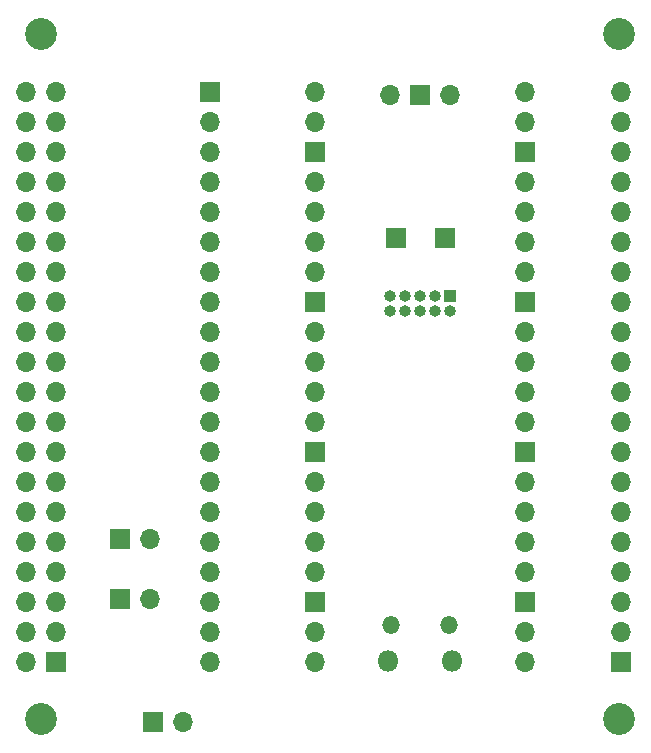
<source format=gbs>
G04 #@! TF.GenerationSoftware,KiCad,Pcbnew,5.1.9*
G04 #@! TF.CreationDate,2021-04-12T13:30:16-03:00*
G04 #@! TF.ProjectId,Piprogrammer,50697072-6f67-4726-916d-6d65722e6b69,rev?*
G04 #@! TF.SameCoordinates,Original*
G04 #@! TF.FileFunction,Soldermask,Bot*
G04 #@! TF.FilePolarity,Negative*
%FSLAX46Y46*%
G04 Gerber Fmt 4.6, Leading zero omitted, Abs format (unit mm)*
G04 Created by KiCad (PCBNEW 5.1.9) date 2021-04-12 13:30:16*
%MOMM*%
%LPD*%
G01*
G04 APERTURE LIST*
%ADD10O,1.700000X1.700000*%
%ADD11R,1.700000X1.700000*%
%ADD12O,1.800000X1.800000*%
%ADD13O,1.500000X1.500000*%
%ADD14O,1.000000X1.000000*%
%ADD15R,1.000000X1.000000*%
%ADD16C,2.700000*%
G04 APERTURE END LIST*
D10*
X244958000Y-141618000D03*
X244958000Y-139078000D03*
D11*
X244958000Y-136538000D03*
D10*
X244958000Y-133998000D03*
X244958000Y-131458000D03*
X244958000Y-128918000D03*
X244958000Y-126378000D03*
D11*
X244958000Y-123838000D03*
D10*
X244958000Y-121298000D03*
X244958000Y-118758000D03*
X244958000Y-116218000D03*
X244958000Y-113678000D03*
D11*
X244958000Y-111138000D03*
D10*
X244958000Y-108598000D03*
X244958000Y-106058000D03*
X244958000Y-103518000D03*
X244958000Y-100978000D03*
D11*
X244958000Y-98438000D03*
D10*
X244958000Y-95898000D03*
X244958000Y-93358000D03*
X227178000Y-93358000D03*
X227178000Y-95898000D03*
D11*
X227178000Y-98438000D03*
D10*
X227178000Y-100978000D03*
X227178000Y-103518000D03*
X227178000Y-106058000D03*
X227178000Y-108598000D03*
D11*
X227178000Y-111138000D03*
D10*
X227178000Y-113678000D03*
X227178000Y-116218000D03*
X227178000Y-118758000D03*
X227178000Y-121298000D03*
D11*
X227178000Y-123838000D03*
D10*
X227178000Y-126378000D03*
X227178000Y-128918000D03*
X227178000Y-131458000D03*
X227178000Y-133998000D03*
D11*
X227178000Y-136538000D03*
D10*
X227178000Y-139078000D03*
X227178000Y-141618000D03*
D12*
X238793000Y-141488000D03*
X233343000Y-141488000D03*
D13*
X238493000Y-138458000D03*
X233643000Y-138458000D03*
D10*
X238608000Y-93588000D03*
D11*
X236068000Y-93588000D03*
D10*
X233528000Y-93588000D03*
D11*
X234036000Y-105677000D03*
D10*
X216002000Y-146698000D03*
D11*
X213462000Y-146698000D03*
D14*
X233528000Y-111900000D03*
X233528000Y-110630000D03*
X234798000Y-111900000D03*
X234798000Y-110630000D03*
X236068000Y-111900000D03*
X236068000Y-110630000D03*
X237338000Y-111900000D03*
X237338000Y-110630000D03*
X238608000Y-111900000D03*
D15*
X238608000Y-110630000D03*
D11*
X238227000Y-105677000D03*
D10*
X218288000Y-141618000D03*
X218288000Y-139078000D03*
X218288000Y-136538000D03*
X218288000Y-133998000D03*
X218288000Y-131458000D03*
X218288000Y-128918000D03*
X218288000Y-126378000D03*
X218288000Y-123838000D03*
X218288000Y-121298000D03*
X218288000Y-118758000D03*
X218288000Y-116218000D03*
X218288000Y-113678000D03*
X218288000Y-111138000D03*
X218288000Y-108598000D03*
X218288000Y-106058000D03*
X218288000Y-103518000D03*
X218288000Y-100978000D03*
X218288000Y-98438000D03*
X218288000Y-95898000D03*
D11*
X218288000Y-93358000D03*
D10*
X253086000Y-93320000D03*
X253086000Y-95860000D03*
X253086000Y-98400000D03*
X253086000Y-100940000D03*
X253086000Y-103480000D03*
X253086000Y-106020000D03*
X253086000Y-108560000D03*
X253086000Y-111100000D03*
X253086000Y-113640000D03*
X253086000Y-116180000D03*
X253086000Y-118720000D03*
X253086000Y-121260000D03*
X253086000Y-123800000D03*
X253086000Y-126340000D03*
X253086000Y-128880000D03*
X253086000Y-131420000D03*
X253086000Y-133960000D03*
X253086000Y-136500000D03*
X253086000Y-139040000D03*
D11*
X253086000Y-141580000D03*
D10*
X213248000Y-131204000D03*
D11*
X210708000Y-131204000D03*
D10*
X213208000Y-136284000D03*
D11*
X210668000Y-136284000D03*
X205220000Y-141580000D03*
D10*
X202680000Y-141580000D03*
X205220000Y-139040000D03*
X202680000Y-139040000D03*
X205220000Y-136500000D03*
X202680000Y-136500000D03*
X205220000Y-133960000D03*
X202680000Y-133960000D03*
X205220000Y-131420000D03*
X202680000Y-131420000D03*
X205220000Y-128880000D03*
X202680000Y-128880000D03*
X205220000Y-126340000D03*
X202680000Y-126340000D03*
X205220000Y-123800000D03*
X202680000Y-123800000D03*
X205220000Y-121260000D03*
X202680000Y-121260000D03*
X205220000Y-118720000D03*
X202680000Y-118720000D03*
X205220000Y-116180000D03*
X202680000Y-116180000D03*
X205220000Y-113640000D03*
X202680000Y-113640000D03*
X205220000Y-111100000D03*
X202680000Y-111100000D03*
X205220000Y-108560000D03*
X202680000Y-108560000D03*
X205220000Y-106020000D03*
X202680000Y-106020000D03*
X205220000Y-103480000D03*
X202680000Y-103480000D03*
X205220000Y-100940000D03*
X202680000Y-100940000D03*
X205220000Y-98400000D03*
X202680000Y-98400000D03*
X205220000Y-95860000D03*
X202680000Y-95860000D03*
X205220000Y-93320000D03*
X202680000Y-93320000D03*
D16*
X252950000Y-88450000D03*
X252950000Y-146450000D03*
X203950000Y-88450000D03*
X203950000Y-146450000D03*
M02*

</source>
